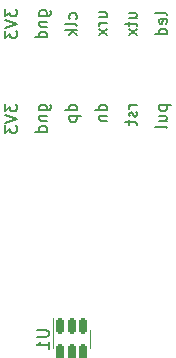
<source format=gbo>
G04 #@! TF.GenerationSoftware,KiCad,Pcbnew,7.0.9-7.0.9~ubuntu20.04.1*
G04 #@! TF.CreationDate,2023-12-02T17:13:26+01:00*
G04 #@! TF.ProjectId,kicad-pmod_usb,6b696361-642d-4706-9d6f-645f7573622e,1.0*
G04 #@! TF.SameCoordinates,Original*
G04 #@! TF.FileFunction,Legend,Bot*
G04 #@! TF.FilePolarity,Positive*
%FSLAX46Y46*%
G04 Gerber Fmt 4.6, Leading zero omitted, Abs format (unit mm)*
G04 Created by KiCad (PCBNEW 7.0.9-7.0.9~ubuntu20.04.1) date 2023-12-02 17:13:26*
%MOMM*%
%LPD*%
G01*
G04 APERTURE LIST*
G04 Aperture macros list*
%AMRoundRect*
0 Rectangle with rounded corners*
0 $1 Rounding radius*
0 $2 $3 $4 $5 $6 $7 $8 $9 X,Y pos of 4 corners*
0 Add a 4 corners polygon primitive as box body*
4,1,4,$2,$3,$4,$5,$6,$7,$8,$9,$2,$3,0*
0 Add four circle primitives for the rounded corners*
1,1,$1+$1,$2,$3*
1,1,$1+$1,$4,$5*
1,1,$1+$1,$6,$7*
1,1,$1+$1,$8,$9*
0 Add four rect primitives between the rounded corners*
20,1,$1+$1,$2,$3,$4,$5,0*
20,1,$1+$1,$4,$5,$6,$7,0*
20,1,$1+$1,$6,$7,$8,$9,0*
20,1,$1+$1,$8,$9,$2,$3,0*%
G04 Aperture macros list end*
%ADD10C,0.150000*%
%ADD11C,0.120000*%
%ADD12R,1.700000X1.700000*%
%ADD13O,1.700000X1.700000*%
%ADD14R,1.600000X1.600000*%
%ADD15C,1.600000*%
%ADD16C,4.000000*%
%ADD17RoundRect,0.150000X-0.150000X0.512500X-0.150000X-0.512500X0.150000X-0.512500X0.150000X0.512500X0*%
G04 APERTURE END LIST*
D10*
X122978152Y-67837279D02*
X123978152Y-67837279D01*
X123025771Y-67837279D02*
X122978152Y-67932517D01*
X122978152Y-67932517D02*
X122978152Y-68122993D01*
X122978152Y-68122993D02*
X123025771Y-68218231D01*
X123025771Y-68218231D02*
X123073390Y-68265850D01*
X123073390Y-68265850D02*
X123168628Y-68313469D01*
X123168628Y-68313469D02*
X123454342Y-68313469D01*
X123454342Y-68313469D02*
X123549580Y-68265850D01*
X123549580Y-68265850D02*
X123597200Y-68218231D01*
X123597200Y-68218231D02*
X123644819Y-68122993D01*
X123644819Y-68122993D02*
X123644819Y-67932517D01*
X123644819Y-67932517D02*
X123597200Y-67837279D01*
X122978152Y-69170612D02*
X123644819Y-69170612D01*
X122978152Y-68742041D02*
X123501961Y-68742041D01*
X123501961Y-68742041D02*
X123597200Y-68789660D01*
X123597200Y-68789660D02*
X123644819Y-68884898D01*
X123644819Y-68884898D02*
X123644819Y-69027755D01*
X123644819Y-69027755D02*
X123597200Y-69122993D01*
X123597200Y-69122993D02*
X123549580Y-69170612D01*
X123644819Y-69789660D02*
X123597200Y-69694422D01*
X123597200Y-69694422D02*
X123501961Y-69646803D01*
X123501961Y-69646803D02*
X122644819Y-69646803D01*
X121104819Y-67837279D02*
X120438152Y-67837279D01*
X120628628Y-67837279D02*
X120533390Y-67884898D01*
X120533390Y-67884898D02*
X120485771Y-67932517D01*
X120485771Y-67932517D02*
X120438152Y-68027755D01*
X120438152Y-68027755D02*
X120438152Y-68122993D01*
X121057200Y-68408708D02*
X121104819Y-68503946D01*
X121104819Y-68503946D02*
X121104819Y-68694422D01*
X121104819Y-68694422D02*
X121057200Y-68789660D01*
X121057200Y-68789660D02*
X120961961Y-68837279D01*
X120961961Y-68837279D02*
X120914342Y-68837279D01*
X120914342Y-68837279D02*
X120819104Y-68789660D01*
X120819104Y-68789660D02*
X120771485Y-68694422D01*
X120771485Y-68694422D02*
X120771485Y-68551565D01*
X120771485Y-68551565D02*
X120723866Y-68456327D01*
X120723866Y-68456327D02*
X120628628Y-68408708D01*
X120628628Y-68408708D02*
X120581009Y-68408708D01*
X120581009Y-68408708D02*
X120485771Y-68456327D01*
X120485771Y-68456327D02*
X120438152Y-68551565D01*
X120438152Y-68551565D02*
X120438152Y-68694422D01*
X120438152Y-68694422D02*
X120485771Y-68789660D01*
X120438152Y-69122994D02*
X120438152Y-69503946D01*
X120104819Y-69265851D02*
X120961961Y-69265851D01*
X120961961Y-69265851D02*
X121057200Y-69313470D01*
X121057200Y-69313470D02*
X121104819Y-69408708D01*
X121104819Y-69408708D02*
X121104819Y-69503946D01*
X118564819Y-68265850D02*
X117564819Y-68265850D01*
X118517200Y-68265850D02*
X118564819Y-68170612D01*
X118564819Y-68170612D02*
X118564819Y-67980136D01*
X118564819Y-67980136D02*
X118517200Y-67884898D01*
X118517200Y-67884898D02*
X118469580Y-67837279D01*
X118469580Y-67837279D02*
X118374342Y-67789660D01*
X118374342Y-67789660D02*
X118088628Y-67789660D01*
X118088628Y-67789660D02*
X117993390Y-67837279D01*
X117993390Y-67837279D02*
X117945771Y-67884898D01*
X117945771Y-67884898D02*
X117898152Y-67980136D01*
X117898152Y-67980136D02*
X117898152Y-68170612D01*
X117898152Y-68170612D02*
X117945771Y-68265850D01*
X117898152Y-68742041D02*
X118564819Y-68742041D01*
X117993390Y-68742041D02*
X117945771Y-68789660D01*
X117945771Y-68789660D02*
X117898152Y-68884898D01*
X117898152Y-68884898D02*
X117898152Y-69027755D01*
X117898152Y-69027755D02*
X117945771Y-69122993D01*
X117945771Y-69122993D02*
X118041009Y-69170612D01*
X118041009Y-69170612D02*
X118564819Y-69170612D01*
X116024819Y-68265850D02*
X115024819Y-68265850D01*
X115977200Y-68265850D02*
X116024819Y-68170612D01*
X116024819Y-68170612D02*
X116024819Y-67980136D01*
X116024819Y-67980136D02*
X115977200Y-67884898D01*
X115977200Y-67884898D02*
X115929580Y-67837279D01*
X115929580Y-67837279D02*
X115834342Y-67789660D01*
X115834342Y-67789660D02*
X115548628Y-67789660D01*
X115548628Y-67789660D02*
X115453390Y-67837279D01*
X115453390Y-67837279D02*
X115405771Y-67884898D01*
X115405771Y-67884898D02*
X115358152Y-67980136D01*
X115358152Y-67980136D02*
X115358152Y-68170612D01*
X115358152Y-68170612D02*
X115405771Y-68265850D01*
X115358152Y-68742041D02*
X116358152Y-68742041D01*
X115405771Y-68742041D02*
X115358152Y-68837279D01*
X115358152Y-68837279D02*
X115358152Y-69027755D01*
X115358152Y-69027755D02*
X115405771Y-69122993D01*
X115405771Y-69122993D02*
X115453390Y-69170612D01*
X115453390Y-69170612D02*
X115548628Y-69218231D01*
X115548628Y-69218231D02*
X115834342Y-69218231D01*
X115834342Y-69218231D02*
X115929580Y-69170612D01*
X115929580Y-69170612D02*
X115977200Y-69122993D01*
X115977200Y-69122993D02*
X116024819Y-69027755D01*
X116024819Y-69027755D02*
X116024819Y-68837279D01*
X116024819Y-68837279D02*
X115977200Y-68742041D01*
X109944819Y-67742041D02*
X109944819Y-68361088D01*
X109944819Y-68361088D02*
X110325771Y-68027755D01*
X110325771Y-68027755D02*
X110325771Y-68170612D01*
X110325771Y-68170612D02*
X110373390Y-68265850D01*
X110373390Y-68265850D02*
X110421009Y-68313469D01*
X110421009Y-68313469D02*
X110516247Y-68361088D01*
X110516247Y-68361088D02*
X110754342Y-68361088D01*
X110754342Y-68361088D02*
X110849580Y-68313469D01*
X110849580Y-68313469D02*
X110897200Y-68265850D01*
X110897200Y-68265850D02*
X110944819Y-68170612D01*
X110944819Y-68170612D02*
X110944819Y-67884898D01*
X110944819Y-67884898D02*
X110897200Y-67789660D01*
X110897200Y-67789660D02*
X110849580Y-67742041D01*
X109944819Y-68646803D02*
X110944819Y-68980136D01*
X110944819Y-68980136D02*
X109944819Y-69313469D01*
X109944819Y-69551565D02*
X109944819Y-70170612D01*
X109944819Y-70170612D02*
X110325771Y-69837279D01*
X110325771Y-69837279D02*
X110325771Y-69980136D01*
X110325771Y-69980136D02*
X110373390Y-70075374D01*
X110373390Y-70075374D02*
X110421009Y-70122993D01*
X110421009Y-70122993D02*
X110516247Y-70170612D01*
X110516247Y-70170612D02*
X110754342Y-70170612D01*
X110754342Y-70170612D02*
X110849580Y-70122993D01*
X110849580Y-70122993D02*
X110897200Y-70075374D01*
X110897200Y-70075374D02*
X110944819Y-69980136D01*
X110944819Y-69980136D02*
X110944819Y-69694422D01*
X110944819Y-69694422D02*
X110897200Y-69599184D01*
X110897200Y-69599184D02*
X110849580Y-69551565D01*
X123644819Y-60163053D02*
X123597200Y-60067815D01*
X123597200Y-60067815D02*
X123501961Y-60020196D01*
X123501961Y-60020196D02*
X122644819Y-60020196D01*
X123597200Y-60924958D02*
X123644819Y-60829720D01*
X123644819Y-60829720D02*
X123644819Y-60639244D01*
X123644819Y-60639244D02*
X123597200Y-60544006D01*
X123597200Y-60544006D02*
X123501961Y-60496387D01*
X123501961Y-60496387D02*
X123121009Y-60496387D01*
X123121009Y-60496387D02*
X123025771Y-60544006D01*
X123025771Y-60544006D02*
X122978152Y-60639244D01*
X122978152Y-60639244D02*
X122978152Y-60829720D01*
X122978152Y-60829720D02*
X123025771Y-60924958D01*
X123025771Y-60924958D02*
X123121009Y-60972577D01*
X123121009Y-60972577D02*
X123216247Y-60972577D01*
X123216247Y-60972577D02*
X123311485Y-60496387D01*
X123644819Y-61829720D02*
X122644819Y-61829720D01*
X123597200Y-61829720D02*
X123644819Y-61734482D01*
X123644819Y-61734482D02*
X123644819Y-61544006D01*
X123644819Y-61544006D02*
X123597200Y-61448768D01*
X123597200Y-61448768D02*
X123549580Y-61401149D01*
X123549580Y-61401149D02*
X123454342Y-61353530D01*
X123454342Y-61353530D02*
X123168628Y-61353530D01*
X123168628Y-61353530D02*
X123073390Y-61401149D01*
X123073390Y-61401149D02*
X123025771Y-61448768D01*
X123025771Y-61448768D02*
X122978152Y-61544006D01*
X122978152Y-61544006D02*
X122978152Y-61734482D01*
X122978152Y-61734482D02*
X123025771Y-61829720D01*
X120438152Y-60448767D02*
X121104819Y-60448767D01*
X120438152Y-60020196D02*
X120961961Y-60020196D01*
X120961961Y-60020196D02*
X121057200Y-60067815D01*
X121057200Y-60067815D02*
X121104819Y-60163053D01*
X121104819Y-60163053D02*
X121104819Y-60305910D01*
X121104819Y-60305910D02*
X121057200Y-60401148D01*
X121057200Y-60401148D02*
X121009580Y-60448767D01*
X120438152Y-60782101D02*
X120438152Y-61163053D01*
X120104819Y-60924958D02*
X120961961Y-60924958D01*
X120961961Y-60924958D02*
X121057200Y-60972577D01*
X121057200Y-60972577D02*
X121104819Y-61067815D01*
X121104819Y-61067815D02*
X121104819Y-61163053D01*
X121104819Y-61401149D02*
X120438152Y-61924958D01*
X120438152Y-61401149D02*
X121104819Y-61924958D01*
X117898152Y-60401148D02*
X118564819Y-60401148D01*
X117898152Y-59972577D02*
X118421961Y-59972577D01*
X118421961Y-59972577D02*
X118517200Y-60020196D01*
X118517200Y-60020196D02*
X118564819Y-60115434D01*
X118564819Y-60115434D02*
X118564819Y-60258291D01*
X118564819Y-60258291D02*
X118517200Y-60353529D01*
X118517200Y-60353529D02*
X118469580Y-60401148D01*
X118564819Y-60877339D02*
X117898152Y-60877339D01*
X118088628Y-60877339D02*
X117993390Y-60924958D01*
X117993390Y-60924958D02*
X117945771Y-60972577D01*
X117945771Y-60972577D02*
X117898152Y-61067815D01*
X117898152Y-61067815D02*
X117898152Y-61163053D01*
X118564819Y-61401149D02*
X117898152Y-61924958D01*
X117898152Y-61401149D02*
X118564819Y-61924958D01*
X115977200Y-60544005D02*
X116024819Y-60448767D01*
X116024819Y-60448767D02*
X116024819Y-60258291D01*
X116024819Y-60258291D02*
X115977200Y-60163053D01*
X115977200Y-60163053D02*
X115929580Y-60115434D01*
X115929580Y-60115434D02*
X115834342Y-60067815D01*
X115834342Y-60067815D02*
X115548628Y-60067815D01*
X115548628Y-60067815D02*
X115453390Y-60115434D01*
X115453390Y-60115434D02*
X115405771Y-60163053D01*
X115405771Y-60163053D02*
X115358152Y-60258291D01*
X115358152Y-60258291D02*
X115358152Y-60448767D01*
X115358152Y-60448767D02*
X115405771Y-60544005D01*
X116024819Y-61115434D02*
X115977200Y-61020196D01*
X115977200Y-61020196D02*
X115881961Y-60972577D01*
X115881961Y-60972577D02*
X115024819Y-60972577D01*
X116024819Y-61496387D02*
X115024819Y-61496387D01*
X115643866Y-61591625D02*
X116024819Y-61877339D01*
X115358152Y-61877339D02*
X115739104Y-61496387D01*
X109944819Y-59702768D02*
X109944819Y-60321815D01*
X109944819Y-60321815D02*
X110325771Y-59988482D01*
X110325771Y-59988482D02*
X110325771Y-60131339D01*
X110325771Y-60131339D02*
X110373390Y-60226577D01*
X110373390Y-60226577D02*
X110421009Y-60274196D01*
X110421009Y-60274196D02*
X110516247Y-60321815D01*
X110516247Y-60321815D02*
X110754342Y-60321815D01*
X110754342Y-60321815D02*
X110849580Y-60274196D01*
X110849580Y-60274196D02*
X110897200Y-60226577D01*
X110897200Y-60226577D02*
X110944819Y-60131339D01*
X110944819Y-60131339D02*
X110944819Y-59845625D01*
X110944819Y-59845625D02*
X110897200Y-59750387D01*
X110897200Y-59750387D02*
X110849580Y-59702768D01*
X109944819Y-60607530D02*
X110944819Y-60940863D01*
X110944819Y-60940863D02*
X109944819Y-61274196D01*
X109944819Y-61512292D02*
X109944819Y-62131339D01*
X109944819Y-62131339D02*
X110325771Y-61798006D01*
X110325771Y-61798006D02*
X110325771Y-61940863D01*
X110325771Y-61940863D02*
X110373390Y-62036101D01*
X110373390Y-62036101D02*
X110421009Y-62083720D01*
X110421009Y-62083720D02*
X110516247Y-62131339D01*
X110516247Y-62131339D02*
X110754342Y-62131339D01*
X110754342Y-62131339D02*
X110849580Y-62083720D01*
X110849580Y-62083720D02*
X110897200Y-62036101D01*
X110897200Y-62036101D02*
X110944819Y-61940863D01*
X110944819Y-61940863D02*
X110944819Y-61655149D01*
X110944819Y-61655149D02*
X110897200Y-61559911D01*
X110897200Y-61559911D02*
X110849580Y-61512292D01*
X112818152Y-60274196D02*
X113627676Y-60274196D01*
X113627676Y-60274196D02*
X113722914Y-60226577D01*
X113722914Y-60226577D02*
X113770533Y-60178958D01*
X113770533Y-60178958D02*
X113818152Y-60083720D01*
X113818152Y-60083720D02*
X113818152Y-59940863D01*
X113818152Y-59940863D02*
X113770533Y-59845625D01*
X113437200Y-60274196D02*
X113484819Y-60178958D01*
X113484819Y-60178958D02*
X113484819Y-59988482D01*
X113484819Y-59988482D02*
X113437200Y-59893244D01*
X113437200Y-59893244D02*
X113389580Y-59845625D01*
X113389580Y-59845625D02*
X113294342Y-59798006D01*
X113294342Y-59798006D02*
X113008628Y-59798006D01*
X113008628Y-59798006D02*
X112913390Y-59845625D01*
X112913390Y-59845625D02*
X112865771Y-59893244D01*
X112865771Y-59893244D02*
X112818152Y-59988482D01*
X112818152Y-59988482D02*
X112818152Y-60178958D01*
X112818152Y-60178958D02*
X112865771Y-60274196D01*
X112818152Y-60750387D02*
X113484819Y-60750387D01*
X112913390Y-60750387D02*
X112865771Y-60798006D01*
X112865771Y-60798006D02*
X112818152Y-60893244D01*
X112818152Y-60893244D02*
X112818152Y-61036101D01*
X112818152Y-61036101D02*
X112865771Y-61131339D01*
X112865771Y-61131339D02*
X112961009Y-61178958D01*
X112961009Y-61178958D02*
X113484819Y-61178958D01*
X113484819Y-62083720D02*
X112484819Y-62083720D01*
X113437200Y-62083720D02*
X113484819Y-61988482D01*
X113484819Y-61988482D02*
X113484819Y-61798006D01*
X113484819Y-61798006D02*
X113437200Y-61702768D01*
X113437200Y-61702768D02*
X113389580Y-61655149D01*
X113389580Y-61655149D02*
X113294342Y-61607530D01*
X113294342Y-61607530D02*
X113008628Y-61607530D01*
X113008628Y-61607530D02*
X112913390Y-61655149D01*
X112913390Y-61655149D02*
X112865771Y-61702768D01*
X112865771Y-61702768D02*
X112818152Y-61798006D01*
X112818152Y-61798006D02*
X112818152Y-61988482D01*
X112818152Y-61988482D02*
X112865771Y-62083720D01*
X112818152Y-68265850D02*
X113627676Y-68265850D01*
X113627676Y-68265850D02*
X113722914Y-68218231D01*
X113722914Y-68218231D02*
X113770533Y-68170612D01*
X113770533Y-68170612D02*
X113818152Y-68075374D01*
X113818152Y-68075374D02*
X113818152Y-67932517D01*
X113818152Y-67932517D02*
X113770533Y-67837279D01*
X113437200Y-68265850D02*
X113484819Y-68170612D01*
X113484819Y-68170612D02*
X113484819Y-67980136D01*
X113484819Y-67980136D02*
X113437200Y-67884898D01*
X113437200Y-67884898D02*
X113389580Y-67837279D01*
X113389580Y-67837279D02*
X113294342Y-67789660D01*
X113294342Y-67789660D02*
X113008628Y-67789660D01*
X113008628Y-67789660D02*
X112913390Y-67837279D01*
X112913390Y-67837279D02*
X112865771Y-67884898D01*
X112865771Y-67884898D02*
X112818152Y-67980136D01*
X112818152Y-67980136D02*
X112818152Y-68170612D01*
X112818152Y-68170612D02*
X112865771Y-68265850D01*
X112818152Y-68742041D02*
X113484819Y-68742041D01*
X112913390Y-68742041D02*
X112865771Y-68789660D01*
X112865771Y-68789660D02*
X112818152Y-68884898D01*
X112818152Y-68884898D02*
X112818152Y-69027755D01*
X112818152Y-69027755D02*
X112865771Y-69122993D01*
X112865771Y-69122993D02*
X112961009Y-69170612D01*
X112961009Y-69170612D02*
X113484819Y-69170612D01*
X113484819Y-70075374D02*
X112484819Y-70075374D01*
X113437200Y-70075374D02*
X113484819Y-69980136D01*
X113484819Y-69980136D02*
X113484819Y-69789660D01*
X113484819Y-69789660D02*
X113437200Y-69694422D01*
X113437200Y-69694422D02*
X113389580Y-69646803D01*
X113389580Y-69646803D02*
X113294342Y-69599184D01*
X113294342Y-69599184D02*
X113008628Y-69599184D01*
X113008628Y-69599184D02*
X112913390Y-69646803D01*
X112913390Y-69646803D02*
X112865771Y-69694422D01*
X112865771Y-69694422D02*
X112818152Y-69789660D01*
X112818152Y-69789660D02*
X112818152Y-69980136D01*
X112818152Y-69980136D02*
X112865771Y-70075374D01*
X112624819Y-86868095D02*
X113434342Y-86868095D01*
X113434342Y-86868095D02*
X113529580Y-86915714D01*
X113529580Y-86915714D02*
X113577200Y-86963333D01*
X113577200Y-86963333D02*
X113624819Y-87058571D01*
X113624819Y-87058571D02*
X113624819Y-87249047D01*
X113624819Y-87249047D02*
X113577200Y-87344285D01*
X113577200Y-87344285D02*
X113529580Y-87391904D01*
X113529580Y-87391904D02*
X113434342Y-87439523D01*
X113434342Y-87439523D02*
X112624819Y-87439523D01*
X113624819Y-88439523D02*
X113624819Y-87868095D01*
X113624819Y-88153809D02*
X112624819Y-88153809D01*
X112624819Y-88153809D02*
X112767676Y-88058571D01*
X112767676Y-88058571D02*
X112862914Y-87963333D01*
X112862914Y-87963333D02*
X112910533Y-87868095D01*
D11*
X114010000Y-87630000D02*
X114010000Y-85830000D01*
X114010000Y-87630000D02*
X114010000Y-88430000D01*
X117130000Y-87630000D02*
X117130000Y-86830000D01*
X117130000Y-87630000D02*
X117130000Y-88430000D01*
%LPC*%
D12*
X123190000Y-65976500D03*
D13*
X123190000Y-63436500D03*
X120650000Y-65976500D03*
X120650000Y-63436500D03*
X118110000Y-65976500D03*
X118110000Y-63436500D03*
X115570000Y-65976500D03*
X115570000Y-63436500D03*
X113030000Y-65976500D03*
X113030000Y-63436500D03*
X110490000Y-65976500D03*
X110490000Y-63436500D03*
D14*
X118110000Y-93154500D03*
D15*
X115610000Y-93154500D03*
X115610000Y-95154500D03*
X118110000Y-95154500D03*
D16*
X122860000Y-98014500D03*
X110860000Y-98014500D03*
D12*
X119634000Y-80708500D03*
D13*
X119634000Y-78168500D03*
X119634000Y-75628500D03*
X119634000Y-73088500D03*
D17*
X114620000Y-86492500D03*
X115570000Y-86492500D03*
X116520000Y-86492500D03*
X116520000Y-88767500D03*
X115570000Y-88767500D03*
X114620000Y-88767500D03*
%LPD*%
M02*

</source>
